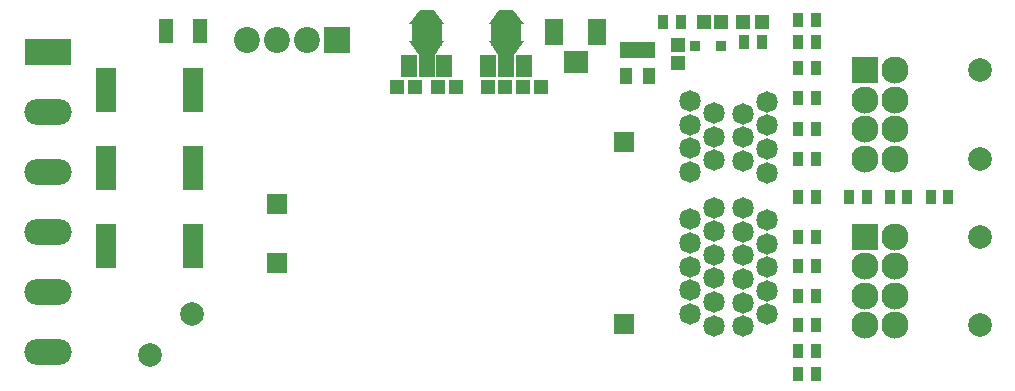
<source format=gts>
G04 #@! TF.GenerationSoftware,KiCad,Pcbnew,(2017-09-19 revision dddaa7e69)-makepkg*
G04 #@! TF.CreationDate,2017-11-22T18:58:21+10:30*
G04 #@! TF.ProjectId,din_power_atm90e26,64696E5F706F7765725F61746D393065,rev?*
G04 #@! TF.SameCoordinates,Original*
G04 #@! TF.FileFunction,Soldermask,Top*
G04 #@! TF.FilePolarity,Negative*
%FSLAX46Y46*%
G04 Gerber Fmt 4.6, Leading zero omitted, Abs format (unit mm)*
G04 Created by KiCad (PCBNEW (2017-09-19 revision dddaa7e69)-makepkg) date 11/22/17 18:58:21*
%MOMM*%
%LPD*%
G01*
G04 APERTURE LIST*
%ADD10R,1.600000X2.200000*%
%ADD11R,1.000000X1.950000*%
%ADD12R,2.300000X2.300000*%
%ADD13C,2.300000*%
%ADD14C,2.000000*%
%ADD15O,4.000000X2.200000*%
%ADD16R,4.000000X2.200000*%
%ADD17R,0.900000X1.300000*%
%ADD18R,1.050000X1.460000*%
%ADD19C,1.250000*%
%ADD20C,0.100000*%
%ADD21R,1.400000X1.900000*%
%ADD22R,1.400000X2.200000*%
%ADD23R,2.600000X2.240000*%
%ADD24C,1.400000*%
%ADD25R,1.708000X1.708000*%
%ADD26C,1.822400*%
%ADD27C,2.200000*%
%ADD28R,2.200000X2.200000*%
%ADD29R,1.300000X2.100000*%
%ADD30R,1.200000X1.150000*%
%ADD31R,1.150000X1.200000*%
%ADD32R,0.900000X0.900000*%
%ADD33R,1.200000X1.200000*%
%ADD34R,1.670000X3.702000*%
G04 APERTURE END LIST*
D10*
X156978000Y-47494900D03*
X153378000Y-47494900D03*
D11*
X155678000Y-50019900D03*
X154678000Y-50019900D03*
D12*
X179705000Y-50698400D03*
D13*
X179705000Y-53198400D03*
X179705000Y-55698400D03*
X179705000Y-58198400D03*
X182205000Y-50698400D03*
X182205000Y-53198400D03*
X182205000Y-55698400D03*
X182205000Y-58198400D03*
D14*
X189385000Y-50698400D03*
X189385000Y-58198400D03*
X189385000Y-72295400D03*
X189385000Y-64795400D03*
D13*
X182205000Y-72295400D03*
X182205000Y-69795400D03*
X182205000Y-67295400D03*
X182205000Y-64795400D03*
X179705000Y-72295400D03*
X179705000Y-69795400D03*
X179705000Y-67295400D03*
D12*
X179705000Y-64795400D03*
D15*
X110490000Y-74574400D03*
X110490000Y-69494400D03*
X110490000Y-64414400D03*
X110490000Y-59334400D03*
X110490000Y-54254400D03*
D16*
X110490000Y-49174400D03*
D17*
X174020000Y-48320000D03*
X175520000Y-48320000D03*
X174020000Y-61450000D03*
X175520000Y-61450000D03*
X181760000Y-61440000D03*
X183260000Y-61440000D03*
X174020000Y-58200000D03*
X175520000Y-58200000D03*
X174020000Y-55680000D03*
X175520000Y-55680000D03*
X174018000Y-53067400D03*
X175518000Y-53067400D03*
X175520000Y-46420000D03*
X174020000Y-46420000D03*
X174020000Y-50500000D03*
X175520000Y-50500000D03*
D18*
X161378000Y-51167400D03*
X159478000Y-51167400D03*
X159478000Y-48967400D03*
X160428000Y-48967400D03*
X161378000Y-48967400D03*
D19*
X142568000Y-46193000D03*
D20*
G36*
X141082016Y-46818000D02*
X141964368Y-45568000D01*
X143171632Y-45568000D01*
X144053984Y-46818000D01*
X141082016Y-46818000D01*
X141082016Y-46818000D01*
G37*
D21*
X141068000Y-50340000D03*
D22*
X142568000Y-50193500D03*
D21*
X144068000Y-50340000D03*
D23*
X142568000Y-47526500D03*
D24*
X142568000Y-48936200D03*
D20*
G36*
X144052131Y-48236200D02*
X143072131Y-49636200D01*
X142063869Y-49636200D01*
X141083869Y-48236200D01*
X144052131Y-48236200D01*
X144052131Y-48236200D01*
G37*
D24*
X149290000Y-48936200D03*
D20*
G36*
X150774131Y-48236200D02*
X149794131Y-49636200D01*
X148785869Y-49636200D01*
X147805869Y-48236200D01*
X150774131Y-48236200D01*
X150774131Y-48236200D01*
G37*
D23*
X149290000Y-47526500D03*
D21*
X150790000Y-50340000D03*
D22*
X149290000Y-50193500D03*
D21*
X147790000Y-50340000D03*
D19*
X149290000Y-46193000D03*
D20*
G36*
X147804016Y-46818000D02*
X148686368Y-45568000D01*
X149893632Y-45568000D01*
X150775984Y-46818000D01*
X147804016Y-46818000D01*
X147804016Y-46818000D01*
G37*
D25*
X159288000Y-72207400D03*
X159288000Y-56807400D03*
X129888000Y-67007400D03*
X129888000Y-62007400D03*
D26*
X169378000Y-62367400D03*
X169378000Y-64367400D03*
X169378000Y-66367400D03*
X169378000Y-68367400D03*
X169378000Y-70367400D03*
X169378000Y-72367400D03*
X171378000Y-71367400D03*
X171378000Y-69367400D03*
X171378000Y-67367400D03*
X171378000Y-65367400D03*
X171378000Y-63367400D03*
X166878000Y-72317400D03*
X166878000Y-70317400D03*
X166878000Y-68317400D03*
X166878000Y-66317400D03*
X166878000Y-64317400D03*
X166878000Y-62317400D03*
X164878000Y-63317400D03*
X164878000Y-65317400D03*
X164878000Y-67317400D03*
X164878000Y-69317400D03*
X164878000Y-71317400D03*
X171378000Y-53367400D03*
X171378000Y-55367400D03*
X171378000Y-57367400D03*
X171378000Y-59367400D03*
X169378000Y-58367400D03*
X169378000Y-56367400D03*
X169378000Y-54367400D03*
X164878000Y-59317400D03*
X164878000Y-57317400D03*
X164878000Y-55317400D03*
X164878000Y-53317400D03*
X166878000Y-54317400D03*
X166878000Y-56317400D03*
X166878000Y-58317400D03*
D27*
X127381000Y-48133000D03*
X129921000Y-48133000D03*
X132461000Y-48133000D03*
D28*
X135001000Y-48133000D03*
D29*
X120498000Y-47367400D03*
X123398000Y-47367400D03*
D17*
X164118000Y-46637400D03*
X162618000Y-46637400D03*
X169468000Y-48327400D03*
X170968000Y-48327400D03*
D30*
X167518000Y-46587400D03*
X166018000Y-46587400D03*
X152230000Y-52080000D03*
X150730000Y-52080000D03*
X143522000Y-52070000D03*
X145022000Y-52070000D03*
X141593000Y-52070000D03*
X140093000Y-52070000D03*
X149230000Y-52080000D03*
X147730000Y-52080000D03*
D31*
X163818000Y-50087400D03*
X163818000Y-48587400D03*
D32*
X165318000Y-48627400D03*
X167518000Y-48627400D03*
D33*
X170958000Y-46587400D03*
X169358000Y-46587400D03*
D17*
X174020000Y-67280000D03*
X175520000Y-67280000D03*
X178350000Y-61450000D03*
X179850000Y-61450000D03*
X186740000Y-61440000D03*
X185240000Y-61440000D03*
X175520000Y-69810000D03*
X174020000Y-69810000D03*
X175520000Y-74500000D03*
X174020000Y-74500000D03*
X175520000Y-76410000D03*
X174020000Y-76410000D03*
X175520000Y-72280000D03*
X174020000Y-72280000D03*
X175520000Y-64820000D03*
X174020000Y-64820000D03*
D14*
X119172466Y-74842934D03*
X122708000Y-71307400D03*
D34*
X115443000Y-52349400D03*
X122809000Y-52349400D03*
X122809000Y-58953400D03*
X115443000Y-58953400D03*
X115443000Y-65557400D03*
X122809000Y-65557400D03*
M02*

</source>
